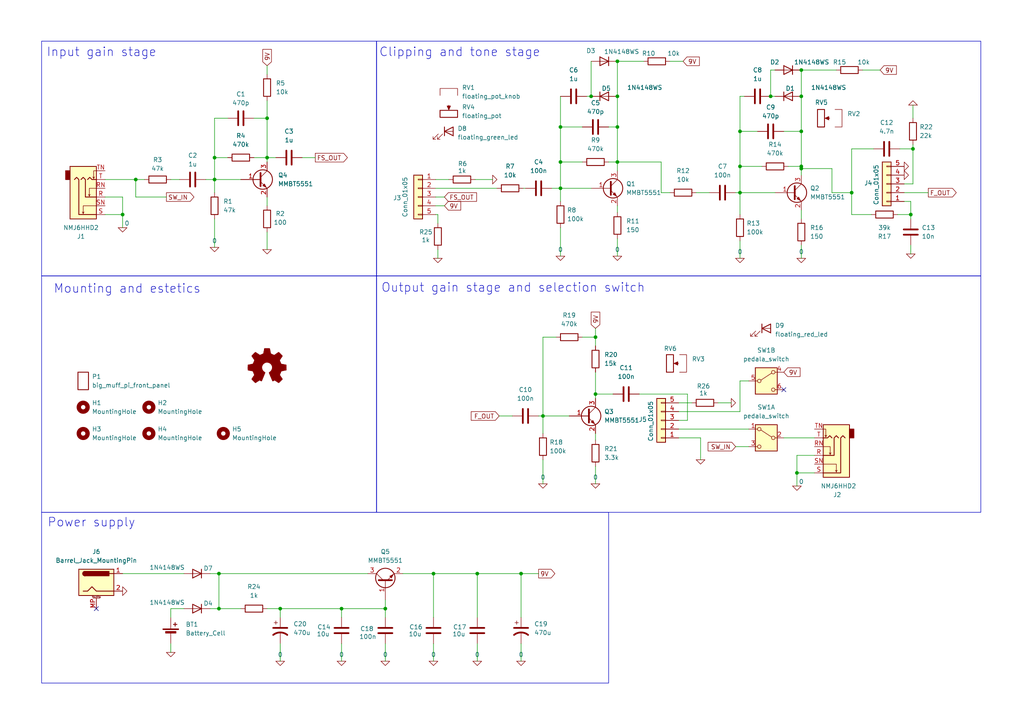
<source format=kicad_sch>
(kicad_sch (version 20250114) (generator "eeschema") (generator_version "9.0")
  (paper "A4")
  (title_block (title "Big Muff Pi"))
  (lib_symbols
    (symbol "Connector:Barrel_Jack_MountingPin" (pin_names (hide yes))
      (property "Reference" "J" (at 0 5.334 0))
      (property "Value" "Barrel_Jack_MountingPin" (at 1.27 -6.35 0))
      (symbol "Barrel_Jack_MountingPin_1_1"
        (text "Mounting" (at 0 -4.191 0) (effects (font (size 0.381 0.381))))
        (pin passive line (at 0 -7.62 90) (length 3.048) (name "MountPin") (number "MP"))
        (pin passive line (at 7.62 2.54 180) (length 2.54) (name "~") (number "1"))
        (pin passive line (at 7.62 -2.54 180) (length 2.54) (name "~") (number "2"))
      )
    )
    (symbol "Connector_Audio:NMJ6HHD2"
      (property "Reference" "J" (at 0 11.43 0))
      (property "Value" "NMJ6HHD2" (at 0 8.89 0))
      (symbol "NMJ6HHD2_1_1"
        (pin passive line (at 5.08 5.08 180) (length 2.54) (name "~") (number "S"))
        (pin passive line (at 5.08 2.54 180) (length 2.54) (name "~") (number "SN"))
        (pin passive line (at 5.08 0 180) (length 2.54) (name "~") (number "R"))
        (pin passive line (at 5.08 -2.54 180) (length 2.54) (name "~") (number "RN"))
        (pin passive line (at 5.08 -5.08 180) (length 2.54) (name "~") (number "T"))
        (pin passive line (at 5.08 -7.62 180) (length 2.54) (name "~") (number "TN"))
      )
    )
    (symbol "Connector_Generic:Conn_01x05" (pin_names (offset 1.016) (hide yes))
      (property "Reference" "J" (at 0 7.62 0))
      (property "Value" "Conn_01x05" (at 0 -7.62 0))
      (symbol "Conn_01x05_1_1"
        (pin passive line (at -5.08 5.08 0) (length 3.81) (name "Pin_1") (number "1"))
        (pin passive line (at -5.08 2.54 0) (length 3.81) (name "Pin_2") (number "2"))
        (pin passive line (at -5.08 0 0) (length 3.81) (name "Pin_3") (number "3"))
        (pin passive line (at -5.08 -2.54 0) (length 3.81) (name "Pin_4") (number "4"))
        (pin passive line (at -5.08 -5.08 0) (length 3.81) (name "Pin_5") (number "5"))
      )
    )
    (symbol "Device:Battery_Cell" (pin_numbers (hide yes)) (pin_names (offset 0) (hide yes))
      (property "Reference" "BT" (at 2.54 2.54 0))
      (property "Value" "Battery_Cell" (at 2.54 0 0))
      (symbol "Battery_Cell_1_1"
        (pin passive line (at 0 5.08 270) (length 2.54) (name "+") (number "1"))
        (pin passive line (at 0 -2.54 90) (length 2.54) (name "-") (number "2"))
      )
    )
    (symbol "Device:C" (pin_numbers (hide yes)) (pin_names (offset 0.254))
      (property "Reference" "C" (at 0.635 2.54 0))
      (property "Value" "C" (at 0.635 -2.54 0))
      (symbol "C_1_1"
        (pin passive line (at 0 3.81 270) (length 2.794) (name "~") (number "1"))
        (pin passive line (at 0 -3.81 90) (length 2.794) (name "~") (number "2"))
      )
    )
    (symbol "Device:C_Polarized_US" (pin_numbers (hide yes)) (pin_names (offset 0.254) (hide yes))
      (property "Reference" "C" (at 0.635 2.54 0))
      (property "Value" "C_Polarized_US" (at 0.635 -2.54 0))
      (symbol "C_Polarized_US_1_1"
        (pin passive line (at 0 3.81 270) (length 2.794) (name "~") (number "1"))
        (pin passive line (at 0 -3.81 90) (length 3.302) (name "~") (number "2"))
      )
    )
    (symbol "Device:R" (pin_numbers (hide yes)) (pin_names (offset 0))
      (property "Reference" "R" (at 2.032 0 90))
      (property "Value" "R" (at 0 0 90))
      (symbol "R_1_1"
        (pin passive line (at 0 3.81 270) (length 1.27) (name "~") (number "1"))
        (pin passive line (at 0 -3.81 90) (length 1.27) (name "~") (number "2"))
      )
    )
    (symbol "Diode:1N4148WS" (pin_numbers (hide yes)) (pin_names (hide yes))
      (property "Reference" "D" (at 0 2.54 0))
      (property "Value" "1N4148WS" (at 0 -2.54 0))
      (symbol "1N4148WS_1_1"
        (pin passive line (at -3.81 0 0) (length 2.54) (name "K") (number "1"))
        (pin passive line (at 3.81 0 180) (length 2.54) (name "A") (number "2"))
      )
    )
    (symbol "Graphic:Logo_Open_Hardware_Small" (in_bom no) (on_board no))
    (symbol "Mechanical:MountingHole" (pin_names (offset 1.016))
      (property "Reference" "H" (at 0 5.08 0))
      (property "Value" "MountingHole" (at 0 3.175 0))
    )
    (symbol "Simulation_SPICE:0" (power) (pin_names (offset 0))
      (property "Value" "0" (at 0 -1.778 0))
      (symbol "0_1_1"
        (pin power_in line (at 0 0 0) (length 0) (hide yes) (name "0") (number "1"))
      )
    )
    (symbol "Transistor_BJT:BC817" (pin_names (offset 0) (hide yes))
      (property "Reference" "Q" (at 5.08 1.905 0))
      (property "Value" "BC817" (at 5.08 0 0))
      (symbol "BC817_1_1"
        (pin input line (at -5.08 0 0) (length 5.715) (name "B") (number "1"))
        (pin passive line (at 2.54 5.08 270) (length 2.54) (name "C") (number "3"))
        (pin passive line (at 2.54 -5.08 90) (length 2.54) (name "E") (number "2"))
      )
    )
    (symbol "pedale:big_muff_pi_front_panel" (pin_names (offset 1.016) (hide yes))
      (property "Reference" "P" (at 0.254 4.318 0))
      (property "Value" "big_muff_pi_front_panel" (at -2.54 0 90))
    )
    (symbol "pedale:floating_green_led" (pin_numbers (hide yes)) (pin_names (offset 1.016) (hide yes))
      (property "Reference" "D" (at 0 2.54 0))
      (property "Value" "floating_green_led" (at 0 -2.54 0))
    )
    (symbol "pedale:floating_pot" (pin_names (offset 1.016) (hide yes))
      (property "Reference" "RV" (at -4.445 0 90))
      (property "Value" "floating_pot" (at -2.54 0 90))
    )
    (symbol "pedale:floating_pot_knob" (pin_names (offset 1.016) (hide yes))
      (property "Reference" "RV" (at -4.445 0 90))
      (property "Value" "floating_pot_knob" (at -2.54 0 90))
    )
    (symbol "pedale:floating_red_led" (pin_numbers (hide yes)) (pin_names (offset 1.016) (hide yes))
      (property "Reference" "D" (at 0 2.54 0))
      (property "Value" "floating_red_led" (at 0 -2.54 0))
    )
    (symbol "pedale:pedala_switch" (pin_names (offset 0) (hide yes))
      (property "Reference" "SW" (at 0 5.08 0))
      (property "Value" "pedala_switch" (at 0 -5.08 0))
      (symbol "pedala_switch_1_1"
        (pin passive line (at -5.08 0 0) (length 2.54) (name "B") (number "2"))
        (pin passive line (at 5.08 2.54 180) (length 2.54) (name "A") (number "1"))
        (pin passive line (at 5.08 -2.54 180) (length 2.54) (name "C") (number "3"))
      )
      (symbol "pedala_switch_2_1"
        (pin passive line (at -5.08 0 0) (length 2.54) (name "B") (number "5"))
        (pin passive line (at 5.08 2.54 180) (length 2.54) (name "A") (number "4"))
        (pin passive line (at 5.08 -2.54 180) (length 2.54) (name "C") (number "6"))
      )
    )
  )
  (rectangle (start 12.065 148.59) (end 176.53 198.12))
  (rectangle (start 109.22 11.938) (end 284.48 80.01))
  (rectangle (start 12.065 11.938) (end 109.22 80.01))
  (rectangle (start 12.065 80.01) (end 109.22 148.59))
  (rectangle (start 109.22 80.01) (end 284.48 148.59))
  (text "Mounting and estetics" (at 15.494 85.344 0) (effects (font (size 2.54 2.54)) (justify left bottom)))
  (text "Input gain stage" (at 29.464 15.24 0) (effects (font (size 2.54 2.54))))
  (text "Output gain stage and selection switch" (at 148.844 83.566 0) (effects (font (size 2.54 2.54))))
  (text "Clipping and tone stage" (at 133.35 15.24 0) (effects (font (size 2.54 2.54))))
  (text "Power supply" (at 13.716 151.638 0) (effects (font (size 2.54 2.54)) (justify left)))
  (junction (at 232.41 48.895))
  (junction (at 99.06 176.53))
  (junction (at 62.23 52.07))
  (junction (at 151.13 166.37))
  (junction (at 81.28 176.53))
  (junction (at 172.72 97.79))
  (junction (at 232.41 38.1))
  (junction (at 138.43 166.37))
  (junction (at 179.07 46.99))
  (junction (at 179.07 27.94))
  (junction (at 125.73 166.37))
  (junction (at 264.16 62.23))
  (junction (at 35.56 62.23))
  (junction (at 232.41 20.32))
  (junction (at 214.63 48.26))
  (junction (at 111.76 176.53))
  (junction (at 172.72 114.3))
  (junction (at 179.07 36.83))
  (junction (at 214.63 38.1))
  (junction (at 264.795 43.18))
  (junction (at 162.56 54.61))
  (junction (at 247.015 55.88))
  (junction (at 62.23 45.72))
  (junction (at 171.45 27.94))
  (junction (at 214.63 55.88))
  (junction (at 232.41 27.94))
  (junction (at 77.47 34.29))
  (junction (at 162.56 36.83))
  (junction (at 231.14 137.16))
  (junction (at 157.48 120.65))
  (junction (at 232.41 48.26))
  (junction (at 179.07 17.78))
  (junction (at 77.47 45.72))
  (junction (at 63.5 166.37))
  (junction (at 223.52 27.94))
  (junction (at 63.5 176.53))
  (junction (at 39.37 52.07))
  (junction (at 162.56 46.99))
  (no_connect (at 227.33 113.03))
  (no_connect (at 27.94 176.53))
  (wire (pts (xy 232.41 27.94) (xy 232.41 38.1)))
  (wire (pts (xy 179.07 27.94) (xy 179.07 36.83)))
  (wire (pts (xy 264.795 30.48) (xy 264.795 34.29)))
  (wire (pts (xy 60.96 176.53) (xy 63.5 176.53)))
  (wire (pts (xy 73.66 45.72) (xy 77.47 45.72)))
  (wire (pts (xy 62.23 52.07) (xy 69.85 52.07)))
  (wire (pts (xy 176.53 46.99) (xy 179.07 46.99)))
  (wire (pts (xy 264.795 41.91) (xy 264.795 43.18)))
  (wire (pts (xy 253.365 43.18) (xy 247.015 43.18)))
  (wire (pts (xy 214.63 27.94) (xy 214.63 38.1)))
  (wire (pts (xy 77.47 46.99) (xy 77.47 45.72)))
  (wire (pts (xy 232.41 71.12) (xy 232.41 74.93)))
  (wire (pts (xy 66.04 34.29) (xy 62.23 34.29)))
  (wire (pts (xy 201.93 55.88) (xy 205.74 55.88)))
  (wire (pts (xy 138.43 166.37) (xy 138.43 179.07)))
  (wire (pts (xy 151.13 186.69) (xy 151.13 191.77)))
  (wire (pts (xy 77.47 45.72) (xy 80.01 45.72)))
  (wire (pts (xy 196.85 119.38) (xy 214.63 119.38)))
  (wire (pts (xy 125.73 186.69) (xy 125.73 191.77)))
  (wire (pts (xy 264.16 63.5) (xy 264.16 62.23)))
  (wire (pts (xy 231.14 137.16) (xy 236.22 137.16)))
  (wire (pts (xy 185.42 114.3) (xy 199.39 114.3)))
  (wire (pts (xy 196.85 124.46) (xy 217.17 124.46)))
  (wire (pts (xy 179.07 46.99) (xy 179.07 49.53)))
  (wire (pts (xy 63.5 166.37) (xy 63.5 176.53)))
  (wire (pts (xy 232.41 38.1) (xy 232.41 48.26)))
  (wire (pts (xy 49.53 179.07) (xy 49.53 176.53)))
  (wire (pts (xy 99.06 176.53) (xy 111.76 176.53)))
  (wire (pts (xy 232.41 60.96) (xy 232.41 63.5)))
  (wire (pts (xy 232.41 48.26) (xy 232.41 48.895)))
  (wire (pts (xy 59.69 52.07) (xy 62.23 52.07)))
  (wire (pts (xy 39.37 52.07) (xy 41.91 52.07)))
  (wire (pts (xy 66.04 45.72) (xy 62.23 45.72)))
  (wire (pts (xy 179.07 17.78) (xy 179.07 27.94)))
  (wire (pts (xy 99.06 186.69) (xy 99.06 191.77)))
  (wire (pts (xy 264.795 43.18) (xy 264.795 53.34)))
  (wire (pts (xy 162.56 46.99) (xy 162.56 54.61)))
  (wire (pts (xy 191.77 55.88) (xy 191.77 46.99)))
  (wire (pts (xy 49.53 186.69) (xy 49.53 189.23)))
  (wire (pts (xy 81.28 186.69) (xy 81.28 191.77)))
  (wire (pts (xy 127 72.39) (xy 127 74.93)))
  (wire (pts (xy 223.52 27.94) (xy 224.79 27.94)))
  (wire (pts (xy 232.41 48.895) (xy 232.41 50.8)))
  (wire (pts (xy 262.255 55.88) (xy 269.24 55.88)))
  (wire (pts (xy 162.56 66.04) (xy 162.56 74.295)))
  (wire (pts (xy 214.63 110.49) (xy 217.17 110.49)))
  (wire (pts (xy 162.56 36.83) (xy 168.91 36.83)))
  (wire (pts (xy 241.3 55.88) (xy 241.3 48.895)))
  (wire (pts (xy 264.16 58.42) (xy 264.16 62.23)))
  (wire (pts (xy 69.85 176.53) (xy 63.5 176.53)))
  (wire (pts (xy 241.3 55.88) (xy 247.015 55.88)))
  (wire (pts (xy 198.12 17.78) (xy 194.31 17.78)))
  (wire (pts (xy 214.63 48.26) (xy 214.63 55.88)))
  (wire (pts (xy 30.48 52.07) (xy 39.37 52.07)))
  (wire (pts (xy 196.85 121.92) (xy 199.39 121.92)))
  (wire (pts (xy 260.985 43.18) (xy 264.795 43.18)))
  (wire (pts (xy 62.23 55.88) (xy 62.23 52.07)))
  (wire (pts (xy 151.765 54.61) (xy 152.4 54.61)))
  (wire (pts (xy 214.63 38.1) (xy 214.63 48.26)))
  (wire (pts (xy 191.77 55.88) (xy 194.31 55.88)))
  (wire (pts (xy 62.23 63.5) (xy 62.23 71.755)))
  (wire (pts (xy 151.13 166.37) (xy 138.43 166.37)))
  (wire (pts (xy 213.36 55.88) (xy 214.63 55.88)))
  (wire (pts (xy 162.56 54.61) (xy 171.45 54.61)))
  (wire (pts (xy 99.06 176.53) (xy 99.06 179.07)))
  (wire (pts (xy 127 62.23) (xy 127 64.77)))
  (wire (pts (xy 199.39 121.92) (xy 199.39 114.3)))
  (wire (pts (xy 247.015 43.18) (xy 247.015 55.88)))
  (wire (pts (xy 260.35 62.23) (xy 264.16 62.23)))
  (wire (pts (xy 172.72 125.73) (xy 172.72 127.635)))
  (wire (pts (xy 172.72 135.255) (xy 172.72 140.335)))
  (wire (pts (xy 77.47 67.31) (xy 77.47 72.39)))
  (wire (pts (xy 161.29 97.79) (xy 157.48 97.79)))
  (wire (pts (xy 264.16 71.12) (xy 264.16 73.66)))
  (wire (pts (xy 168.91 97.79) (xy 172.72 97.79)))
  (wire (pts (xy 162.56 27.94) (xy 162.56 36.83)))
  (wire (pts (xy 177.8 114.3) (xy 172.72 114.3)))
  (wire (pts (xy 49.53 52.07) (xy 52.07 52.07)))
  (wire (pts (xy 186.69 17.78) (xy 179.07 17.78)))
  (wire (pts (xy 212.09 116.84) (xy 208.28 116.84)))
  (wire (pts (xy 39.37 57.15) (xy 48.26 57.15)))
  (wire (pts (xy 162.56 36.83) (xy 162.56 46.99)))
  (wire (pts (xy 262.255 58.42) (xy 264.16 58.42)))
  (wire (pts (xy 160.02 54.61) (xy 162.56 54.61)))
  (wire (pts (xy 77.47 34.29) (xy 77.47 45.72)))
  (wire (pts (xy 116.84 166.37) (xy 125.73 166.37)))
  (wire (pts (xy 111.76 173.99) (xy 111.76 176.53)))
  (wire (pts (xy 179.07 46.99) (xy 191.77 46.99)))
  (wire (pts (xy 203.2 127) (xy 196.85 127)))
  (wire (pts (xy 126.365 54.61) (xy 144.145 54.61)))
  (wire (pts (xy 227.33 38.1) (xy 232.41 38.1)))
  (wire (pts (xy 172.72 107.95) (xy 172.72 114.3)))
  (wire (pts (xy 151.13 166.37) (xy 151.13 179.07)))
  (wire (pts (xy 203.2 127) (xy 203.2 133.35)))
  (wire (pts (xy 176.53 36.83) (xy 179.07 36.83)))
  (wire (pts (xy 162.56 58.42) (xy 162.56 54.61)))
  (wire (pts (xy 157.48 97.79) (xy 157.48 120.65)))
  (wire (pts (xy 156.21 166.37) (xy 151.13 166.37)))
  (wire (pts (xy 231.14 137.16) (xy 231.14 132.08)))
  (wire (pts (xy 231.14 140.97) (xy 231.14 137.16)))
  (wire (pts (xy 162.56 46.99) (xy 168.91 46.99)))
  (wire (pts (xy 77.47 57.15) (xy 77.47 59.69)))
  (wire (pts (xy 63.5 166.37) (xy 106.68 166.37)))
  (wire (pts (xy 127 62.23) (xy 126.365 62.23)))
  (wire (pts (xy 81.28 176.53) (xy 99.06 176.53)))
  (wire (pts (xy 35.56 62.23) (xy 35.56 66.04)))
  (wire (pts (xy 157.48 120.65) (xy 165.1 120.65)))
  (wire (pts (xy 172.72 97.79) (xy 172.72 100.33)))
  (wire (pts (xy 156.21 120.65) (xy 157.48 120.65)))
  (wire (pts (xy 227.33 127) (xy 236.22 127)))
  (wire (pts (xy 60.96 166.37) (xy 63.5 166.37)))
  (wire (pts (xy 200.66 116.84) (xy 196.85 116.84)))
  (wire (pts (xy 214.63 27.94) (xy 215.9 27.94)))
  (wire (pts (xy 262.255 53.34) (xy 264.795 53.34)))
  (wire (pts (xy 62.23 34.29) (xy 62.23 45.72)))
  (wire (pts (xy 128.905 59.69) (xy 126.365 59.69)))
  (wire (pts (xy 214.63 48.26) (xy 220.98 48.26)))
  (wire (pts (xy 111.76 179.07) (xy 111.76 176.53)))
  (wire (pts (xy 126.365 57.15) (xy 128.905 57.15)))
  (wire (pts (xy 214.63 55.88) (xy 214.63 62.23)))
  (wire (pts (xy 179.07 59.69) (xy 179.07 61.595)))
  (wire (pts (xy 172.72 95.25) (xy 172.72 97.79)))
  (wire (pts (xy 214.63 119.38) (xy 214.63 110.49)))
  (wire (pts (xy 157.48 125.73) (xy 157.48 120.65)))
  (wire (pts (xy 223.52 20.32) (xy 224.79 20.32)))
  (wire (pts (xy 232.41 20.32) (xy 232.41 27.94)))
  (wire (pts (xy 77.47 19.05) (xy 77.47 21.59)))
  (wire (pts (xy 255.27 20.32) (xy 250.19 20.32)))
  (wire (pts (xy 223.52 20.32) (xy 223.52 27.94)))
  (wire (pts (xy 214.63 55.88) (xy 224.79 55.88)))
  (wire (pts (xy 214.63 69.85) (xy 214.63 74.93)))
  (wire (pts (xy 172.72 114.3) (xy 172.72 115.57)))
  (wire (pts (xy 30.48 57.15) (xy 35.56 57.15)))
  (wire (pts (xy 73.66 34.29) (xy 77.47 34.29)))
  (wire (pts (xy 62.23 45.72) (xy 62.23 52.07)))
  (wire (pts (xy 213.36 129.54) (xy 217.17 129.54)))
  (wire (pts (xy 30.48 62.23) (xy 35.56 62.23)))
  (wire (pts (xy 232.41 48.895) (xy 241.3 48.895)))
  (wire (pts (xy 179.07 36.83) (xy 179.07 46.99)))
  (wire (pts (xy 87.63 45.72) (xy 91.44 45.72)))
  (wire (pts (xy 77.47 29.21) (xy 77.47 34.29)))
  (wire (pts (xy 39.37 57.15) (xy 39.37 52.07)))
  (wire (pts (xy 138.43 186.69) (xy 138.43 191.77)))
  (wire (pts (xy 137.795 52.07) (xy 142.875 52.07)))
  (wire (pts (xy 111.76 186.69) (xy 111.76 191.77)))
  (wire (pts (xy 144.78 120.65) (xy 148.59 120.65)))
  (wire (pts (xy 247.015 62.23) (xy 252.73 62.23)))
  (wire (pts (xy 53.34 166.37) (xy 35.56 166.37)))
  (wire (pts (xy 247.015 55.88) (xy 247.015 62.23)))
  (wire (pts (xy 228.6 48.26) (xy 232.41 48.26)))
  (wire (pts (xy 125.73 166.37) (xy 125.73 179.07)))
  (wire (pts (xy 35.56 57.15) (xy 35.56 62.23)))
  (wire (pts (xy 179.07 69.215) (xy 179.07 74.295)))
  (wire (pts (xy 232.41 20.32) (xy 242.57 20.32)))
  (wire (pts (xy 77.47 176.53) (xy 81.28 176.53)))
  (wire (pts (xy 49.53 176.53) (xy 53.34 176.53)))
  (wire (pts (xy 81.28 176.53) (xy 81.28 179.07)))
  (wire (pts (xy 171.45 17.78) (xy 171.45 27.94)))
  (wire (pts (xy 170.18 27.94) (xy 171.45 27.94)))
  (wire (pts (xy 126.365 52.07) (xy 130.175 52.07)))
  (wire (pts (xy 214.63 38.1) (xy 219.71 38.1)))
  (wire (pts (xy 138.43 166.37) (xy 125.73 166.37)))
  (wire (pts (xy 157.48 133.35) (xy 157.48 140.335)))
  (wire (pts (xy 231.14 132.08) (xy 236.22 132.08)))
  (global_label "FS_OUT" (shape input) (at 128.905 57.15 0) (property "Intersheetrefs" "${INTERSHEET_REFS}" (effects (hide yes))))
  (global_label "9V" (shape output) (at 156.21 166.37 0) (property "Intersheetrefs" "${INTERSHEET_REFS}" (effects (hide yes))))
  (global_label "SW_IN" (shape output) (at 48.26 57.15 0) (property "Intersheetrefs" "${INTERSHEET_REFS}" (effects (hide yes))))
  (global_label "9V" (shape input) (at 77.47 19.05 90) (property "Intersheetrefs" "${INTERSHEET_REFS}" (effects (hide yes))))
  (global_label "9V" (shape input) (at 198.12 17.78 0) (property "Intersheetrefs" "${INTERSHEET_REFS}" (effects (hide yes))))
  (global_label "FS_OUT" (shape output) (at 91.44 45.72 0) (property "Intersheetrefs" "${INTERSHEET_REFS}" (effects (hide yes))))
  (global_label "9V" (shape input) (at 128.905 59.69 0) (property "Intersheetrefs" "${INTERSHEET_REFS}" (effects (hide yes))))
  (global_label "F_OUT" (shape input) (at 144.78 120.65 180) (property "Intersheetrefs" "${INTERSHEET_REFS}" (effects (hide yes))))
  (global_label "F_OUT" (shape output) (at 269.24 55.88 0) (property "Intersheetrefs" "${INTERSHEET_REFS}" (effects (hide yes))))
  (global_label "SW_IN" (shape input) (at 213.36 129.54 180) (property "Intersheetrefs" "${INTERSHEET_REFS}" (effects (hide yes))))
  (global_label "9V" (shape input) (at 227.33 107.95 0) (property "Intersheetrefs" "${INTERSHEET_REFS}" (effects (hide yes))))
  (global_label "9V" (shape input) (at 172.72 95.25 90) (property "Intersheetrefs" "${INTERSHEET_REFS}" (effects (hide yes))))
  (global_label "9V" (shape input) (at 255.27 20.32 0) (property "Intersheetrefs" "${INTERSHEET_REFS}" (effects (hide yes))))
  (symbol (lib_id "Diode:1N4148WS") (at 57.15 176.53 180) (unit 1)
    (property "Reference" "D4" (at 61.722 175.006 0) (effects (justify left)))
    (property "Value" "1N4148WS" (at 53.594 174.752 0) (effects (justify left)))
    (property "Footprint" "Diode_SMD:D_SOD-323" (effects (hide yes)))
    (property "Datasheet" "https://www.vishay.com/docs/85751/1n4148ws.pdf" (effects (hide yes)))
    (property "Sim.Device" "D" (effects (hide yes)))
    (property "Sim.Pins" "1=K 2=A" (effects (hide yes)))
    (property "Sim.Library" "/home/ostoja/spice_models/diode/1N4148.lib" (effects (hide yes)))
    (property "Sim.Name" "1N4148" (effects (hide yes)))
    (property "LCSC" "C2128" (effects (hide yes)))
  )
  (symbol (lib_id "Diode:1N4148WS") (at 228.6 27.94 0) (unit 1)
    (property "Reference" "D1" (at 227.838 25.654 0) (effects (justify left)))
    (property "Value" "1N4148WS" (at 235.204 25.4 0) (effects (justify left)))
    (property "Footprint" "Diode_SMD:D_SOD-323" (effects (hide yes)))
    (property "Datasheet" "https://www.vishay.com/docs/85751/1n4148ws.pdf" (effects (hide yes)))
    (property "Sim.Device" "D" (effects (hide yes)))
    (property "Sim.Pins" "1=K 2=A" (effects (hide yes)))
    (property "Sim.Library" "/home/ostoja/spice_models/diode/1N4148.lib" (effects (hide yes)))
    (property "Sim.Name" "1N4148" (effects (hide yes)))
    (property "LCSC" "C2128" (effects (hide yes)))
  )
  (symbol (lib_id "Simulation_SPICE:0") (at 203.2 133.35 0) (unit 1)
    (property "Reference" "#GND014" (effects (hide yes)))
    (property "Value" "0" (effects (hide yes)))
  )
  (symbol (lib_id "Connector_Generic:Conn_01x05") (at 121.285 57.15 0) (mirror y) (unit 1)
    (property "Reference" "J3" (at 115.189 57.404 0))
    (property "Value" "Conn_01x05" (at 117.475 57.15 90))
    (property "Footprint" "Connector_JST:JST_EH_B5B-EH-A_1x05_P2.50mm_Vertical" (effects (hide yes)))
    (property "Description" "Generic connector, single row, 01x05, script generated (kicad-library-utils/schlib/autogen/connector/)" (effects (hide yes)))
  )
  (symbol (lib_id "pedale:floating_pot_knob") (at 198.12 105.41 180) (unit 1)
    (property "Reference" "RV3" (at 200.66 104.1399 0) (effects (justify right)))
    (property "Value" "floating_pot_knob" (effects (hide yes)))
    (property "Footprint" "pedale:floating_pot_knob" (effects (hide yes)))
    (property "Description" "Potentiometer" (effects (hide yes)))
  )
  (symbol (lib_id "Simulation_SPICE:0") (at 35.56 66.04 0) (unit 1)
    (property "Reference" "#GND017" (effects (hide yes)))
    (property "Value" "0" (at 36.83 64.77 0))
  )
  (symbol (lib_id "pedale:floating_pot_knob") (at 130.175 26.67 270) (unit 1)
    (property "Reference" "RV1" (at 133.985 25.3999 90) (effects (justify left)))
    (property "Value" "floating_pot_knob" (at 133.985 27.9399 90) (effects (justify left)))
    (property "Footprint" "pedale:floating_pot_knob" (effects (hide yes)))
    (property "Description" "Potentiometer" (effects (hide yes)))
  )
  (symbol (lib_id "Mechanical:MountingHole") (at 24.13 125.73 0) (unit 1)
    (property "Reference" "H3" (at 26.67 124.46 0) (effects (justify left)))
    (property "Value" "MountingHole" (at 26.67 127 0) (effects (justify left)))
    (property "Footprint" "pedale:M3_hole_with_spacer" (effects (hide yes)))
  )
  (symbol (lib_id "Simulation_SPICE:0") (at 99.06 191.77 0) (unit 1)
    (property "Reference" "#GND016" (effects (hide yes)))
    (property "Value" "0" (at 99.06 189.865 0))
  )
  (symbol (lib_id "Device:R") (at 62.23 59.69 0) (unit 1)
    (property "Reference" "R1" (at 64.77 58.42 0) (effects (justify left)))
    (property "Value" "47k" (at 64.77 60.96 0) (effects (justify left)))
    (property "Footprint" "Resistor_SMD:R_0603_1608Metric_Pad0.98x0.95mm_HandSolder" (effects (hide yes)))
    (property "LCSC" "C25819" (effects (hide yes)))
  )
  (symbol (lib_id "Simulation_SPICE:0") (at 264.795 30.48 180) (unit 1)
    (property "Reference" "#GND013" (effects (hide yes)))
    (property "Value" "0" (effects (hide yes)))
  )
  (symbol (lib_id "Simulation_SPICE:0") (at 111.76 191.77 0) (unit 1)
    (property "Reference" "#GND024" (effects (hide yes)))
    (property "Value" "0" (at 111.76 189.865 0))
  )
  (symbol (lib_id "pedale:pedala_switch") (at 222.25 110.49 0) (unit 2)
    (property "Reference" "SW1" (at 222.25 101.6 0))
    (property "Value" "pedala_switch" (at 222.25 104.14 0))
    (property "Footprint" "pedale:foot_switch" (effects (hide yes)))
    (property "Description" "Switch, dual pole double throw, separate symbols" (effects (hide yes)))
  )
  (symbol (lib_id "pedale:floating_pot") (at 238.125 34.29 0) (unit 1)
    (property "Reference" "RV5" (at 236.347 29.718 0) (effects (justify left)))
    (property "Value" "floating_pot" (effects (hide yes)))
    (property "Footprint" "pedale:floating_pot" (effects (hide yes)))
    (property "Description" "Potentiometer" (effects (hide yes)))
  )
  (symbol (lib_id "pedale:floating_red_led") (at 222.25 95.25 0) (unit 1)
    (property "Reference" "D9" (at 224.79 94.4244 0) (effects (justify left)))
    (property "Value" "floating_red_led" (at 224.79 96.9644 0) (effects (justify left)))
    (property "Footprint" "pedale:floating_red_led" (effects (hide yes)))
    (property "Description" "Light emitting diode" (effects (hide yes)))
    (property "Sim.Pins" "1=K 2=A" (effects (hide yes)))
  )
  (symbol (lib_id "Device:C") (at 257.175 43.18 90) (unit 1)
    (property "Reference" "C12" (at 257.175 35.56 90))
    (property "Value" "4.7n" (at 257.175 38.1 90))
    (property "Footprint" "Capacitor_SMD:C_0603_1608Metric_Pad1.08x0.95mm_HandSolder" (effects (hide yes)))
    (property "LCSC" "C53987" (effects (hide yes)))
  )
  (symbol (lib_id "Transistor_BJT:BC817") (at 176.53 54.61 0) (unit 1)
    (property "Reference" "Q1" (at 181.61 53.3399 0) (effects (justify left)))
    (property "Value" "MMBT5551" (at 181.61 55.8799 0) (effects (justify left)))
    (property "Footprint" "Package_TO_SOT_SMD:SOT-23" (effects (hide yes)))
    (property "Datasheet" "https://www.onsemi.com/pub/Collateral/BC818-D.pdf" (effects (hide yes)))
    (property "Sim.Library" "/home/ostoja/spice_models/bjts/BC817-40.lib" (effects (hide yes)))
    (property "Sim.Name" "BC817-40" (effects (hide yes)))
    (property "Sim.Device" "NPN" (effects (hide yes)))
    (property "Sim.Type" "GUMMELPOON" (effects (hide yes)))
    (property "Sim.Pins" "1=B 2=E 3=C" (effects (hide yes)))
    (property "Sim.Params" "is=62860a isc=187700a" (effects (hide yes)))
    (property "LCSC" "C2145" (effects (hide yes)))
  )
  (symbol (lib_id "Device:R") (at 214.63 66.04 0) (unit 1)
    (property "Reference" "R13" (at 216.535 64.77 0) (effects (justify left)))
    (property "Value" "100k" (at 216.535 67.31 0) (effects (justify left)))
    (property "Footprint" "Resistor_SMD:R_0603_1608Metric_Pad0.98x0.95mm_HandSolder" (effects (hide yes)))
    (property "LCSC" "C25803" (effects (hide yes)))
  )
  (symbol (lib_id "Device:C") (at 111.76 182.88 180) (unit 1)
    (property "Reference" "C18" (at 106.426 182.372 0))
    (property "Value" "100n" (at 106.68 184.658 0))
    (property "Footprint" "Capacitor_SMD:C_0603_1608Metric_Pad1.08x0.95mm_HandSolder" (effects (hide yes)))
    (property "LCSC" "C14663" (effects (hide yes)))
  )
  (symbol (lib_id "Device:R") (at 162.56 62.23 0) (unit 1)
    (property "Reference" "R8" (at 164.465 60.96 0) (effects (justify left)))
    (property "Value" "100k" (at 164.465 63.5 0) (effects (justify left)))
    (property "Footprint" "Resistor_SMD:R_0603_1608Metric_Pad0.98x0.95mm_HandSolder" (effects (hide yes)))
    (property "LCSC" "C25803" (effects (hide yes)))
  )
  (symbol (lib_id "Simulation_SPICE:0") (at 49.53 189.23 0) (unit 1)
    (property "Reference" "#GND029" (effects (hide yes)))
    (property "Value" "0" (effects (hide yes)))
  )
  (symbol (lib_id "Device:C") (at 172.72 36.83 90) (unit 1)
    (property "Reference" "C5" (at 172.72 29.845 90))
    (property "Value" "470p" (at 172.72 32.385 90))
    (property "Footprint" "Capacitor_SMD:C_0603_1608Metric_Pad1.08x0.95mm_HandSolder" (effects (hide yes)))
    (property "LCSC" "C1620" (effects (hide yes)))
  )
  (symbol (lib_id "Device:R") (at 45.72 52.07 90) (unit 1)
    (property "Reference" "R3" (at 45.72 46.355 90))
    (property "Value" "47k" (at 45.72 48.895 90))
    (property "Footprint" "Resistor_SMD:R_0603_1608Metric_Pad0.98x0.95mm_HandSolder" (effects (hide yes)))
    (property "LCSC" "C25819" (effects (hide yes)))
  )
  (symbol (lib_id "pedale:pedala_switch") (at 222.25 127 0) (mirror y) (unit 1)
    (property "Reference" "SW1" (at 222.25 118.11 0))
    (property "Value" "pedala_switch" (at 222.25 120.65 0))
    (property "Footprint" "pedale:foot_switch" (effects (hide yes)))
    (property "Description" "Switch, dual pole double throw, separate symbols" (effects (hide yes)))
  )
  (symbol (lib_id "Device:R") (at 172.72 104.14 180) (unit 1)
    (property "Reference" "R20" (at 175.26 102.87 0) (effects (justify right)))
    (property "Value" "15k" (at 175.26 105.41 0) (effects (justify right)))
    (property "Footprint" "Resistor_SMD:R_0603_1608Metric_Pad0.98x0.95mm_HandSolder" (effects (hide yes)))
    (property "LCSC" "C22809" (effects (hide yes)))
  )
  (symbol (lib_id "Device:C") (at 264.16 67.31 180) (unit 1)
    (property "Reference" "C13" (at 267.335 66.04 0) (effects (justify right)))
    (property "Value" "10n" (at 267.335 68.58 0) (effects (justify right)))
    (property "Footprint" "Capacitor_SMD:C_0603_1608Metric_Pad1.08x0.95mm_HandSolder" (effects (hide yes)))
    (property "LCSC" "C57112" (effects (hide yes)))
  )
  (symbol (lib_id "Device:C") (at 55.88 52.07 90) (unit 1)
    (property "Reference" "C2" (at 55.88 45.085 90))
    (property "Value" "1u" (at 55.88 47.625 90))
    (property "Footprint" "Capacitor_SMD:C_0603_1608Metric_Pad1.08x0.95mm_HandSolder" (effects (hide yes)))
    (property "LCSC" "C15849" (effects (hide yes)))
  )
  (symbol (lib_id "Device:C") (at 166.37 27.94 90) (unit 1)
    (property "Reference" "C6" (at 166.37 20.32 90))
    (property "Value" "1u" (at 166.37 22.86 90))
    (property "Footprint" "Capacitor_SMD:C_0603_1608Metric_Pad1.08x0.95mm_HandSolder" (effects (hide yes)))
    (property "LCSC" "C15849" (effects (hide yes)))
  )
  (symbol (lib_id "Simulation_SPICE:0") (at 35.56 171.45 90) (unit 1)
    (property "Reference" "#GND03" (effects (hide yes)))
    (property "Value" "0" (effects (hide yes)))
  )
  (symbol (lib_id "Device:R") (at 165.1 97.79 90) (unit 1)
    (property "Reference" "R19" (at 165.1 91.44 90))
    (property "Value" "470k" (at 165.1 93.98 90))
    (property "Footprint" "Resistor_SMD:R_0603_1608Metric_Pad0.98x0.95mm_HandSolder" (effects (hide yes)))
    (property "LCSC" "C23178" (effects (hide yes)))
  )
  (symbol (lib_id "pedale:floating_green_led") (at 130.175 38.1 0) (unit 1)
    (property "Reference" "D8" (at 132.715 37.2744 0) (effects (justify left)))
    (property "Value" "floating_green_led" (at 132.715 39.8144 0) (effects (justify left)))
    (property "Footprint" "pedale:floating_green_led" (effects (hide yes)))
    (property "Description" "Light emitting diode" (effects (hide yes)))
    (property "Sim.Pins" "1=K 2=A" (effects (hide yes)))
  )
  (symbol (lib_id "Graphic:Logo_Open_Hardware_Small") (at 77.47 106.68 0) (unit 1)
    (property "Reference" "SIM1" (effects (hide yes)))
    (property "Value" "Logo_Open_Hardware_Small" (effects (hide yes)))
    (property "Footprint" "Symbol:OSHW-Logo2_7.3x6mm_SilkScreen" (effects (hide yes)))
    (property "Description" "Open Hardware logo, small" (effects (hide yes)))
  )
  (symbol (lib_id "Connector_Audio:NMJ6HHD2") (at 25.4 57.15 0) (mirror x) (unit 1)
    (property "Reference" "J1" (at 23.495 68.58 0))
    (property "Value" "NMJ6HHD2" (at 23.495 66.04 0))
    (property "Footprint" "Connector_Audio:Jack_6.35mm_Neutrik_NMJ6HHD2_Horizontal" (effects (hide yes)))
    (property "Datasheet" "https://www.neutrik.com/en/product/nmj6hhd2" (effects (hide yes)))
    (property "Description" "M Series, 6.35mm (1/4in) stereo jack, switched, with half threaded nose and offset PCB pins" (effects (hide yes)))
  )
  (symbol (lib_id "Device:R") (at 172.72 131.445 0) (unit 1)
    (property "Reference" "R21" (at 175.26 130.175 0) (effects (justify left)))
    (property "Value" "3.3k" (at 175.26 132.715 0) (effects (justify left)))
    (property "Footprint" "Resistor_SMD:R_0603_1608Metric_Pad0.98x0.95mm_HandSolder" (effects (hide yes)))
    (property "LCSC" "C22978" (effects (hide yes)))
  )
  (symbol (lib_id "Device:R") (at 77.47 63.5 0) (mirror x) (unit 1)
    (property "Reference" "R2" (at 81.28 61.976 0))
    (property "Value" "100" (at 81.28 64.516 0))
    (property "Footprint" "Resistor_SMD:R_0603_1608Metric_Pad0.98x0.95mm_HandSolder" (effects (hide yes)))
    (property "LCSC" "C22775" (effects (hide yes)))
  )
  (symbol (lib_id "Simulation_SPICE:0") (at 77.47 72.39 0) (unit 1)
    (property "Reference" "#GND02" (effects (hide yes)))
    (property "Value" "0" (effects (hide yes)))
  )
  (symbol (lib_id "Device:C") (at 99.06 182.88 0) (mirror y) (unit 1)
    (property "Reference" "C14" (at 93.98 181.864 0))
    (property "Value" "10u" (at 93.726 183.896 0))
    (property "Footprint" "Capacitor_SMD:C_0603_1608Metric_Pad1.08x0.95mm_HandSolder" (effects (hide yes)))
    (property "LCSC" "C96446" (effects (hide yes)))
  )
  (symbol (lib_id "Mechanical:MountingHole") (at 64.77 125.73 0) (unit 1)
    (property "Reference" "H5" (at 67.31 124.46 0) (effects (justify left)))
    (property "Value" "MountingHole" (at 67.31 127 0) (effects (justify left)))
    (property "Footprint" "pedale:M3_hole_with_spacer" (effects (hide yes)))
  )
  (symbol (lib_id "Device:C") (at 156.21 54.61 90) (unit 1)
    (property "Reference" "C4" (at 156.21 46.99 90))
    (property "Value" "100n" (at 156.21 49.53 90))
    (property "Footprint" "Capacitor_SMD:C_0603_1608Metric_Pad1.08x0.95mm_HandSolder" (effects (hide yes)))
    (property "LCSC" "C14663" (effects (hide yes)))
  )
  (symbol (lib_id "Device:R") (at 179.07 65.405 0) (unit 1)
    (property "Reference" "R11" (at 181.61 64.135 0) (effects (justify left)))
    (property "Value" "150" (at 181.61 66.675 0) (effects (justify left)))
    (property "Footprint" "Resistor_SMD:R_0603_1608Metric_Pad0.98x0.95mm_HandSolder" (effects (hide yes)))
    (property "LCSC" "C22808" (effects (hide yes)))
  )
  (symbol (lib_id "Device:C") (at 69.85 34.29 90) (unit 1)
    (property "Reference" "C1" (at 69.85 27.305 90))
    (property "Value" "470p" (at 69.85 29.845 90))
    (property "Footprint" "Capacitor_SMD:C_0603_1608Metric_Pad1.08x0.95mm_HandSolder" (effects (hide yes)))
    (property "LCSC" "C1620" (effects (hide yes)))
  )
  (symbol (lib_id "Transistor_BJT:BC817") (at 74.93 52.07 0) (unit 1)
    (property "Reference" "Q4" (at 80.645 50.8 0) (effects (justify left)))
    (property "Value" "MMBT5551" (at 80.645 53.34 0) (effects (justify left)))
    (property "Footprint" "Package_TO_SOT_SMD:SOT-23" (effects (hide yes)))
    (property "Datasheet" "https://www.onsemi.com/pub/Collateral/BC818-D.pdf" (effects (hide yes)))
    (property "Sim.Library" "/home/ostoja/spice_models/bjts/BC817-40.lib" (effects (hide yes)))
    (property "Sim.Name" "BC817-40" (effects (hide yes)))
    (property "Sim.Device" "NPN" (effects (hide yes)))
    (property "Sim.Type" "GUMMELPOON" (effects (hide yes)))
    (property "Sim.Pins" "1=B 2=E 3=C" (effects (hide yes)))
    (property "Sim.Params" "is=62860a isc=187700a" (effects (hide yes)))
    (property "LCSC" "C2145" (effects (hide yes)))
  )
  (symbol (lib_id "pedale:floating_pot_knob") (at 243.205 34.29 180) (unit 1)
    (property "Reference" "RV2" (at 245.745 33.0199 0) (effects (justify right)))
    (property "Value" "floating_pot_knob" (effects (hide yes)))
    (property "Footprint" "pedale:floating_pot_knob" (effects (hide yes)))
    (property "Description" "Potentiometer" (effects (hide yes)))
  )
  (symbol (lib_id "Transistor_BJT:BC817") (at 229.87 55.88 0) (unit 1)
    (property "Reference" "Q2" (at 234.95 54.6099 0) (effects (justify left)))
    (property "Value" "MMBT5551" (at 234.95 57.1499 0) (effects (justify left)))
    (property "Footprint" "Package_TO_SOT_SMD:SOT-23" (effects (hide yes)))
    (property "Datasheet" "https://www.onsemi.com/pub/Collateral/BC818-D.pdf" (effects (hide yes)))
    (property "Sim.Library" "/home/ostoja/spice_models/bjts/BC817-40.lib" (effects (hide yes)))
    (property "Sim.Name" "BC817-40" (effects (hide yes)))
    (property "Sim.Device" "NPN" (effects (hide yes)))
    (property "Sim.Type" "GUMMELPOON" (effects (hide yes)))
    (property "Sim.Pins" "1=B 2=E 3=C" (effects (hide yes)))
    (property "Sim.Params" "is=62860a isc=187700a" (effects (hide yes)))
    (property "LCSC" "C2145" (effects (hide yes)))
  )
  (symbol (lib_id "Device:R") (at 73.66 176.53 270) (unit 1)
    (property "Reference" "R24" (at 73.66 170.18 90))
    (property "Value" "1k" (at 73.66 172.72 90))
    (property "Footprint" "Resistor_SMD:R_0603_1608Metric_Pad0.98x0.95mm_HandSolder" (effects (hide yes)))
    (property "LCSC" "C21190" (effects (hide yes)))
  )
  (symbol (lib_id "Diode:1N4148WS") (at 228.6 20.32 0) (mirror y) (unit 1)
    (property "Reference" "D2" (at 226.06 18.034 0) (effects (justify left)))
    (property "Value" "1N4148WS" (at 240.538 18.034 0) (effects (justify left)))
    (property "Footprint" "Diode_SMD:D_SOD-323" (effects (hide yes)))
    (property "Datasheet" "https://www.vishay.com/docs/85751/1n4148ws.pdf" (effects (hide yes)))
    (property "Sim.Device" "D" (effects (hide yes)))
    (property "Sim.Pins" "1=K 2=A" (effects (hide yes)))
    (property "Sim.Library" "/home/ostoja/spice_models/diode/1N4148.lib" (effects (hide yes)))
    (property "Sim.Name" "1N4148" (effects (hide yes)))
    (property "LCSC" "C2128" (effects (hide yes)))
  )
  (symbol (lib_id "Mechanical:MountingHole") (at 43.18 118.11 0) (unit 1)
    (property "Reference" "H2" (at 45.72 116.84 0) (effects (justify left)))
    (property "Value" "MountingHole" (at 45.72 119.38 0) (effects (justify left)))
    (property "Footprint" "pedale:M3_hole_with_spacer" (effects (hide yes)))
  )
  (symbol (lib_id "Transistor_BJT:BC817") (at 111.76 168.91 90) (unit 1)
    (property "Reference" "Q5" (at 111.76 160.02 90))
    (property "Value" "MMBT5551" (at 111.76 162.56 90))
    (property "Footprint" "Package_TO_SOT_SMD:SOT-23" (effects (hide yes)))
    (property "Datasheet" "https://www.onsemi.com/pub/Collateral/BC818-D.pdf" (effects (hide yes)))
    (property "Sim.Library" "/home/ostoja/spice_models/bjts/BC817-40.lib" (effects (hide yes)))
    (property "Sim.Name" "BC817-40" (effects (hide yes)))
    (property "Sim.Device" "NPN" (effects (hide yes)))
    (property "Sim.Type" "GUMMELPOON" (effects (hide yes)))
    (property "Sim.Pins" "1=B 2=E 3=C" (effects (hide yes)))
    (property "Sim.Params" "is=62860a isc=187700a" (effects (hide yes)))
    (property "LCSC" "C2145" (effects (hide yes)))
  )
  (symbol (lib_id "Simulation_SPICE:0") (at 151.13 191.77 0) (unit 1)
    (property "Reference" "#GND021" (effects (hide yes)))
    (property "Value" "0" (at 151.13 189.865 0))
  )
  (symbol (lib_id "Device:C") (at 223.52 38.1 90) (unit 1)
    (property "Reference" "C9" (at 223.52 31.115 90))
    (property "Value" "470p" (at 223.52 33.655 90))
    (property "Footprint" "Capacitor_SMD:C_0603_1608Metric_Pad1.08x0.95mm_HandSolder" (effects (hide yes)))
    (property "LCSC" "C1620" (effects (hide yes)))
  )
  (symbol (lib_id "Device:C_Polarized_US") (at 151.13 182.88 0) (unit 1)
    (property "Reference" "C19" (at 154.94 180.9749 0) (effects (justify left)))
    (property "Value" "470u" (at 154.94 183.5149 0) (effects (justify left)))
    (property "Footprint" "Capacitor_THT:CP_Radial_D8.0mm_P3.50mm" (effects (hide yes)))
    (property "Description" "Polarized capacitor, US symbol" (effects (hide yes)))
  )
  (symbol (lib_id "Simulation_SPICE:0") (at 138.43 191.77 0) (unit 1)
    (property "Reference" "#GND020" (effects (hide yes)))
    (property "Value" "0" (at 138.43 189.865 0))
  )
  (symbol (lib_id "Simulation_SPICE:0") (at 264.16 73.66 0) (unit 1)
    (property "Reference" "#GND010" (effects (hide yes)))
    (property "Value" "0" (effects (hide yes)))
  )
  (symbol (lib_id "Device:C") (at 209.55 55.88 90) (unit 1)
    (property "Reference" "C7" (at 209.55 48.26 90))
    (property "Value" "100n" (at 209.55 50.8 90))
    (property "Footprint" "Capacitor_SMD:C_0603_1608Metric_Pad1.08x0.95mm_HandSolder" (effects (hide yes)))
    (property "LCSC" "C14663" (effects (hide yes)))
  )
  (symbol (lib_id "Simulation_SPICE:0") (at 62.23 71.755 0) (unit 1)
    (property "Reference" "#GND01" (effects (hide yes)))
    (property "Value" "0" (at 62.23 69.85 0))
  )
  (symbol (lib_id "Diode:1N4148WS") (at 175.26 17.78 0) (mirror y) (unit 1)
    (property "Reference" "D3" (at 172.72 14.732 0) (effects (justify left)))
    (property "Value" "1N4148WS" (at 185.42 14.986 0) (effects (justify left)))
    (property "Footprint" "Diode_SMD:D_SOD-323" (effects (hide yes)))
    (property "Datasheet" "https://www.vishay.com/docs/85751/1n4148ws.pdf" (effects (hide yes)))
    (property "Sim.Device" "D" (effects (hide yes)))
    (property "Sim.Pins" "1=K 2=A" (effects (hide yes)))
    (property "Sim.Library" "/home/ostoja/spice_models/diode/1N4148.lib" (effects (hide yes)))
    (property "Sim.Name" "1N4148" (effects (hide yes)))
    (property "LCSC" "C2128" (effects (hide yes)))
  )
  (symbol (lib_id "Mechanical:MountingHole") (at 24.13 118.11 0) (unit 1)
    (property "Reference" "H1" (at 26.67 116.84 0) (effects (justify left)))
    (property "Value" "MountingHole" (at 26.67 119.38 0) (effects (justify left)))
    (property "Footprint" "pedale:M3_hole_with_spacer" (effects (hide yes)))
  )
  (symbol (lib_id "pedale:floating_pot") (at 130.175 33.02 90) (unit 1)
    (property "Reference" "RV4" (at 133.985 31.0514 90) (effects (justify right)))
    (property "Value" "floating_pot" (at 133.985 33.5914 90) (effects (justify right)))
    (property "Footprint" "pedale:floating_pot" (effects (hide yes)))
    (property "Description" "Potentiometer" (effects (hide yes)))
  )
  (symbol (lib_id "Simulation_SPICE:0") (at 162.56 74.295 0) (unit 1)
    (property "Reference" "#GND06" (effects (hide yes)))
    (property "Value" "0" (at 162.56 72.39 0))
  )
  (symbol (lib_id "Simulation_SPICE:0") (at 142.875 52.07 90) (unit 1)
    (property "Reference" "#GND04" (effects (hide yes)))
    (property "Value" "0" (effects (hide yes)))
  )
  (symbol (lib_id "Device:C") (at 138.43 182.88 0) (mirror y) (unit 1)
    (property "Reference" "C17" (at 133.35 181.864 0))
    (property "Value" "10u" (at 133.096 183.896 0))
    (property "Footprint" "Capacitor_SMD:C_0603_1608Metric_Pad1.08x0.95mm_HandSolder" (effects (hide yes)))
    (property "LCSC" "C96446" (effects (hide yes)))
  )
  (symbol (lib_id "Simulation_SPICE:0") (at 214.63 74.93 0) (unit 1)
    (property "Reference" "#GND05" (effects (hide yes)))
    (property "Value" "0" (at 214.63 73.025 0))
  )
  (symbol (lib_id "Simulation_SPICE:0") (at 232.41 74.93 0) (unit 1)
    (property "Reference" "#GND08" (effects (hide yes)))
    (property "Value" "0" (at 232.41 73.025 0))
  )
  (symbol (lib_id "Simulation_SPICE:0") (at 157.48 140.335 0) (unit 1)
    (property "Reference" "#GND011" (effects (hide yes)))
    (property "Value" "0" (at 157.48 138.43 0))
  )
  (symbol (lib_id "Device:C") (at 181.61 114.3 90) (unit 1)
    (property "Reference" "C11" (at 181.61 106.68 90))
    (property "Value" "100n" (at 181.61 109.22 90))
    (property "Footprint" "Capacitor_SMD:C_0603_1608Metric_Pad1.08x0.95mm_HandSolder" (effects (hide yes)))
    (property "LCSC" "C14663" (effects (hide yes)))
  )
  (symbol (lib_id "Simulation_SPICE:0") (at 172.72 140.335 0) (unit 1)
    (property "Reference" "#GND012" (effects (hide yes)))
    (property "Value" "0" (at 172.72 138.43 0))
  )
  (symbol (lib_id "Diode:1N4148WS") (at 57.15 166.37 180) (unit 1)
    (property "Reference" "D7" (at 61.722 164.846 0) (effects (justify left)))
    (property "Value" "1N4148WS" (at 53.594 164.592 0) (effects (justify left)))
    (property "Footprint" "Diode_SMD:D_SOD-323" (effects (hide yes)))
    (property "Datasheet" "https://www.vishay.com/docs/85751/1n4148ws.pdf" (effects (hide yes)))
    (property "Sim.Device" "D" (effects (hide yes)))
    (property "Sim.Pins" "1=K 2=A" (effects (hide yes)))
    (property "Sim.Library" "/home/ostoja/spice_models/diode/1N4148.lib" (effects (hide yes)))
    (property "Sim.Name" "1N4148" (effects (hide yes)))
    (property "LCSC" "C2128" (effects (hide yes)))
  )
  (symbol (lib_id "Mechanical:MountingHole") (at 43.18 125.73 0) (unit 1)
    (property "Reference" "H4" (at 45.72 124.46 0) (effects (justify left)))
    (property "Value" "MountingHole" (at 45.72 127 0) (effects (justify left)))
    (property "Footprint" "pedale:M3_hole_with_spacer" (effects (hide yes)))
  )
  (symbol (lib_id "Simulation_SPICE:0") (at 127 74.93 0) (unit 1)
    (property "Reference" "#GND023" (effects (hide yes)))
    (property "Value" "0" (effects (hide yes)))
  )
  (symbol (lib_id "Device:R") (at 147.955 54.61 90) (unit 1)
    (property "Reference" "R7" (at 147.955 48.26 90))
    (property "Value" "10k" (at 147.955 50.8 90))
    (property "Footprint" "Resistor_SMD:R_0603_1608Metric_Pad0.98x0.95mm_HandSolder" (effects (hide yes)))
    (property "LCSC" "C25804" (effects (hide yes)))
  )
  (symbol (lib_id "Simulation_SPICE:0") (at 81.28 191.77 0) (unit 1)
    (property "Reference" "#GND030" (effects (hide yes)))
    (property "Value" "0" (at 81.28 189.865 0))
  )
  (symbol (lib_id "Device:R") (at 77.47 25.4 0) (unit 1)
    (property "Reference" "R5" (at 80.01 24.1299 0) (effects (justify left)))
    (property "Value" "10k" (at 80.01 26.6699 0) (effects (justify left)))
    (property "Footprint" "Resistor_SMD:R_0603_1608Metric_Pad0.98x0.95mm_HandSolder" (effects (hide yes)))
    (property "LCSC" "C25804" (effects (hide yes)))
  )
  (symbol (lib_id "Device:R") (at 157.48 129.54 0) (unit 1)
    (property "Reference" "R18" (at 159.385 128.27 0) (effects (justify left)))
    (property "Value" "100k" (at 159.385 130.81 0) (effects (justify left)))
    (property "Footprint" "Resistor_SMD:R_0603_1608Metric_Pad0.98x0.95mm_HandSolder" (effects (hide yes)))
    (property "LCSC" "C25803" (effects (hide yes)))
  )
  (symbol (lib_id "Simulation_SPICE:0") (at 179.07 74.295 0) (unit 1)
    (property "Reference" "#GND07" (effects (hide yes)))
    (property "Value" "0" (at 179.07 72.39 0))
  )
  (symbol (lib_id "Device:R") (at 256.54 62.23 90) (mirror x) (unit 1)
    (property "Reference" "R17" (at 256.54 68.58 90))
    (property "Value" "39k" (at 256.54 66.04 90))
    (property "Footprint" "Resistor_SMD:R_0603_1608Metric_Pad0.98x0.95mm_HandSolder" (effects (hide yes)))
    (property "LCSC" "C23153" (effects (hide yes)))
  )
  (symbol (lib_id "Simulation_SPICE:0") (at 212.09 116.84 90) (unit 1)
    (property "Reference" "#GND025" (effects (hide yes)))
    (property "Value" "0" (effects (hide yes)))
  )
  (symbol (lib_id "Device:R") (at 264.795 38.1 0) (unit 1)
    (property "Reference" "R22" (at 266.7 36.83 0) (effects (justify left)))
    (property "Value" "22k" (at 266.7 39.37 0) (effects (justify left)))
    (property "Footprint" "Resistor_SMD:R_0603_1608Metric_Pad0.98x0.95mm_HandSolder" (effects (hide yes)))
    (property "LCSC" "C31850" (effects (hide yes)))
  )
  (symbol (lib_id "Device:C") (at 83.82 45.72 90) (unit 1)
    (property "Reference" "C3" (at 83.82 38.1 90))
    (property "Value" "1u" (at 83.82 40.64 90))
    (property "Footprint" "Capacitor_SMD:C_0603_1608Metric_Pad1.08x0.95mm_HandSolder" (effects (hide yes)))
    (property "LCSC" "C15849" (effects (hide yes)))
  )
  (symbol (lib_id "Connector:Barrel_Jack_MountingPin") (at 27.94 168.91 0) (unit 1)
    (property "Reference" "J6" (at 27.94 160.02 0))
    (property "Value" "Barrel_Jack_MountingPin" (at 27.94 162.56 0))
    (property "Footprint" "Connector_BarrelJack:BarrelJack_GCT_DCJ200-10-A_Horizontal" (effects (hide yes)))
    (property "Description" "DC Barrel Jack with a mounting pin" (effects (hide yes)))
  )
  (symbol (lib_id "pedale:big_muff_pi_front_panel") (at 24.13 110.49 0) (unit 1)
    (property "Reference" "P1" (at 26.67 109.2199 0) (effects (justify left)))
    (property "Value" "big_muff_pi_front_panel" (at 26.67 111.7599 0) (effects (justify left)))
    (property "Footprint" "pedale:big_muff_pi_front_plate" (effects (hide yes)))
    (property "Description" "Potentiometer" (effects (hide yes)))
  )
  (symbol (lib_id "Simulation_SPICE:0") (at 125.73 191.77 0) (unit 1)
    (property "Reference" "#GND019" (effects (hide yes)))
    (property "Value" "0" (at 125.73 189.865 0))
  )
  (symbol (lib_id "Simulation_SPICE:0") (at 231.14 140.97 0) (unit 1)
    (property "Reference" "#GND022" (effects (hide yes)))
    (property "Value" "0" (at 232.41 139.7 0))
  )
  (symbol (lib_id "Device:C") (at 152.4 120.65 90) (unit 1)
    (property "Reference" "C10" (at 152.4 113.03 90))
    (property "Value" "100n" (at 152.4 115.57 90))
    (property "Footprint" "Capacitor_SMD:C_0603_1608Metric_Pad1.08x0.95mm_HandSolder" (effects (hide yes)))
    (property "LCSC" "C14663" (effects (hide yes)))
  )
  (symbol (lib_id "Device:R") (at 127 68.58 0) (mirror y) (unit 1)
    (property "Reference" "R25" (at 125.476 67.31 0) (effects (justify left)))
    (property "Value" "1k" (at 124.714 69.596 0) (effects (justify left)))
    (property "Footprint" "Resistor_SMD:R_0603_1608Metric_Pad0.98x0.95mm_HandSolder" (effects (hide yes)))
    (property "LCSC" "C21190" (effects (hide yes)))
  )
  (symbol (lib_id "Device:R") (at 246.38 20.32 270) (unit 1)
    (property "Reference" "R15" (at 241.554 18.034 90) (effects (justify left)))
    (property "Value" "10k" (at 248.666 18.034 90) (effects (justify left)))
    (property "Footprint" "Resistor_SMD:R_0603_1608Metric_Pad0.98x0.95mm_HandSolder" (effects (hide yes)))
    (property "LCSC" "C25804" (effects (hide yes)))
  )
  (symbol (lib_id "Device:C") (at 125.73 182.88 0) (mirror y) (unit 1)
    (property "Reference" "C16" (at 120.65 181.864 0))
    (property "Value" "10u" (at 120.396 183.896 0))
    (property "Footprint" "Capacitor_SMD:C_0603_1608Metric_Pad1.08x0.95mm_HandSolder" (effects (hide yes)))
    (property "LCSC" "C96446" (effects (hide yes)))
  )
  (symbol (lib_id "Diode:1N4148WS") (at 175.26 27.94 0) (unit 1)
    (property "Reference" "D5" (at 174.498 25.654 0) (effects (justify left)))
    (property "Value" "1N4148WS" (at 181.864 25.4 0) (effects (justify left)))
    (property "Footprint" "Diode_SMD:D_SOD-323" (effects (hide yes)))
    (property "Datasheet" "https://www.vishay.com/docs/85751/1n4148ws.pdf" (effects (hide yes)))
    (property "Sim.Device" "D" (effects (hide yes)))
    (property "Sim.Pins" "1=K 2=A" (effects (hide yes)))
    (property "Sim.Library" "/home/ostoja/spice_models/diode/1N4148.lib" (effects (hide yes)))
    (property "Sim.Name" "1N4148" (effects (hide yes)))
    (property "LCSC" "C2128" (effects (hide yes)))
  )
  (symbol (lib_id "Connector_Generic:Conn_01x05") (at 257.175 53.34 180) (unit 1)
    (property "Reference" "J4" (at 251.841 53.086 0))
    (property "Value" "Conn_01x05" (at 254.127 53.594 90))
    (property "Footprint" "Connector_JST:JST_EH_B5B-EH-A_1x05_P2.50mm_Vertical" (effects (hide yes)))
    (property "Description" "Generic connector, single row, 01x05, script generated (kicad-library-utils/schlib/autogen/connector/)" (effects (hide yes)))
  )
  (symbol (lib_id "Device:R") (at 133.985 52.07 90) (unit 1)
    (property "Reference" "R6" (at 135.509 47.498 90) (effects (justify left)))
    (property "Value" "1k" (at 135.2549 49.53 90) (effects (justify left)))
    (property "Footprint" "Resistor_SMD:R_0603_1608Metric_Pad0.98x0.95mm_HandSolder" (effects (hide yes)))
    (property "LCSC" "C21190" (effects (hide yes)))
  )
  (symbol (lib_id "Device:R") (at 198.12 55.88 90) (unit 1)
    (property "Reference" "R12" (at 198.12 49.53 90))
    (property "Value" "10k" (at 198.12 52.07 90))
    (property "Footprint" "Resistor_SMD:R_0603_1608Metric_Pad0.98x0.95mm_HandSolder" (effects (hide yes)))
    (property "LCSC" "C25804" (effects (hide yes)))
  )
  (symbol (lib_id "Device:C_Polarized_US") (at 81.28 182.88 0) (unit 1)
    (property "Reference" "C20" (at 85.09 180.9749 0) (effects (justify left)))
    (property "Value" "470u" (at 85.09 183.5149 0) (effects (justify left)))
    (property "Footprint" "Capacitor_THT:CP_Radial_D8.0mm_P3.50mm" (effects (hide yes)))
    (property "Description" "Polarized capacitor, US symbol" (effects (hide yes)))
  )
  (symbol (lib_id "Device:Battery_Cell") (at 49.53 184.15 0) (unit 1)
    (property "Reference" "BT1" (at 53.848 181.102 0) (effects (justify left)))
    (property "Value" "Battery_Cell" (at 53.848 183.642 0) (effects (justify left)))
    (property "Footprint" "pedale:BatteryHolder_Eagle_12BH611-GR" (effects (hide yes)))
    (property "Description" "Single-cell battery" (effects (hide yes)))
  )
  (symbol (lib_id "Simulation_SPICE:0") (at 262.255 48.26 90) (unit 1)
    (property "Reference" "#GND027" (effects (hide yes)))
    (property "Value" "0" (effects (hide yes)))
  )
  (symbol (lib_id "Device:R") (at 190.5 17.78 270) (mirror x) (unit 1)
    (property "Reference" "R10" (at 186.182 15.494 90) (effects (justify left)))
    (property "Value" "10k" (at 193.548 15.494 90) (effects (justify left)))
    (property "Footprint" "Resistor_SMD:R_0603_1608Metric_Pad0.98x0.95mm_HandSolder" (effects (hide yes)))
    (property "LCSC" "C25804" (effects (hide yes)))
  )
  (symbol (lib_id "Simulation_SPICE:0") (at 262.255 50.8 90) (unit 1)
    (property "Reference" "#GND026" (effects (hide yes)))
    (property "Value" "0" (effects (hide yes)))
  )
  (symbol (lib_id "pedale:floating_pot") (at 194.31 105.41 0) (unit 1)
    (property "Reference" "RV6" (at 192.532 101.092 0) (effects (justify left)))
    (property "Value" "floating_pot" (effects (hide yes)))
    (property "Footprint" "pedale:floating_pot" (effects (hide yes)))
    (property "Description" "Potentiometer" (effects (hide yes)))
  )
  (symbol (lib_id "Connector_Audio:NMJ6HHD2") (at 241.3 132.08 180) (unit 1)
    (property "Reference" "J2" (at 242.824 143.51 0))
    (property "Value" "NMJ6HHD2" (at 243.205 140.97 0))
    (property "Footprint" "Connector_Audio:Jack_6.35mm_Neutrik_NMJ6HHD2_Horizontal" (effects (hide yes)))
    (property "Datasheet" "https://www.neutrik.com/en/product/nmj6hhd2" (effects (hide yes)))
    (property "Description" "M Series, 6.35mm (1/4in) stereo jack, switched, with half threaded nose and offset PCB pins" (effects (hide yes)))
  )
  (symbol (lib_id "Device:C") (at 219.71 27.94 90) (unit 1)
    (property "Reference" "C8" (at 219.71 20.32 90))
    (property "Value" "1u" (at 219.71 22.86 90))
    (property "Footprint" "Capacitor_SMD:C_0603_1608Metric_Pad1.08x0.95mm_HandSolder" (effects (hide yes)))
    (property "LCSC" "C15849" (effects (hide yes)))
  )
  (symbol (lib_id "Device:R") (at 69.85 45.72 90) (unit 1)
    (property "Reference" "R4" (at 69.85 39.37 90))
    (property "Value" "470k" (at 69.85 41.91 90))
    (property "Footprint" "Resistor_SMD:R_0603_1608Metric_Pad0.98x0.95mm_HandSolder" (effects (hide yes)))
    (property "LCSC" "C23178" (effects (hide yes)))
  )
  (symbol (lib_id "Transistor_BJT:BC817") (at 170.18 120.65 0) (unit 1)
    (property "Reference" "Q3" (at 175.26 119.3799 0) (effects (justify left)))
    (property "Value" "MMBT5551" (at 175.26 121.9199 0) (effects (justify left)))
    (property "Footprint" "Package_TO_SOT_SMD:SOT-23" (effects (hide yes)))
    (property "Datasheet" "https://www.onsemi.com/pub/Collateral/BC818-D.pdf" (effects (hide yes)))
    (property "Sim.Library" "/home/ostoja/spice_models/bjts/BC817-40.lib" (effects (hide yes)))
    (property "Sim.Name" "BC817-40" (effects (hide yes)))
    (property "Sim.Device" "NPN" (effects (hide yes)))
    (property "Sim.Type" "GUMMELPOON" (effects (hide yes)))
    (property "Sim.Pins" "1=B 2=E 3=C" (effects (hide yes)))
    (property "Sim.Params" "is=62860a isc=187700a" (effects (hide yes)))
    (property "LCSC" "C2145" (effects (hide yes)))
  )
  (symbol (lib_id "Device:R") (at 224.79 48.26 90) (unit 1)
    (property "Reference" "R14" (at 224.79 41.91 90))
    (property "Value" "470k" (at 224.79 44.45 90))
    (property "Footprint" "Resistor_SMD:R_0603_1608Metric_Pad0.98x0.95mm_HandSolder" (effects (hide yes)))
    (property "LCSC" "C23178" (effects (hide yes)))
  )
  (symbol (lib_id "Connector_Generic:Conn_01x05") (at 191.77 121.92 180) (unit 1)
    (property "Reference" "J5" (at 186.436 121.666 0))
    (property "Value" "Conn_01x05" (at 188.722 122.174 90))
    (property "Footprint" "Connector_JST:JST_EH_B5B-EH-A_1x05_P2.50mm_Vertical" (effects (hide yes)))
    (property "Description" "Generic connector, single row, 01x05, script generated (kicad-library-utils/schlib/autogen/connector/)" (effects (hide yes)))
  )
  (symbol (lib_id "Device:R") (at 172.72 46.99 90) (unit 1)
    (property "Reference" "R9" (at 172.72 40.64 90))
    (property "Value" "470k" (at 172.72 43.18 90))
    (property "Footprint" "Resistor_SMD:R_0603_1608Metric_Pad0.98x0.95mm_HandSolder" (effects (hide yes)))
    (property "LCSC" "C23178" (effects (hide yes)))
  )
  (symbol (lib_id "Device:R") (at 204.47 116.84 90) (unit 1)
    (property "Reference" "R26" (at 205.994 112.014 90) (effects (justify left)))
    (property "Value" "1k" (at 205.232 114.046 90) (effects (justify left)))
    (property "Footprint" "Resistor_SMD:R_0603_1608Metric_Pad0.98x0.95mm_HandSolder" (effects (hide yes)))
    (property "LCSC" "C21190" (effects (hide yes)))
  )
  (symbol (lib_id "Device:R") (at 232.41 67.31 0) (unit 1)
    (property "Reference" "R16" (at 234.95 66.04 0) (effects (justify left)))
    (property "Value" "150" (at 234.95 68.58 0) (effects (justify left)))
    (property "Footprint" "Resistor_SMD:R_0603_1608Metric_Pad0.98x0.95mm_HandSolder" (effects (hide yes)))
    (property "LCSC" "C22808" (effects (hide yes)))
  )
)
</source>
